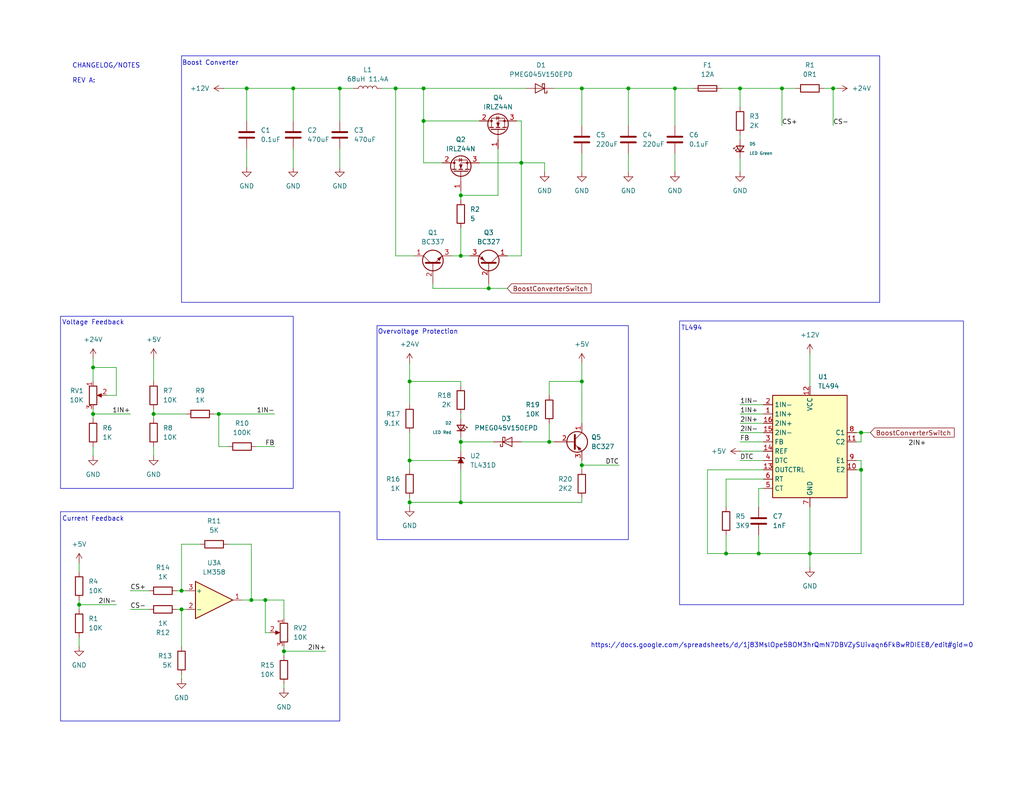
<source format=kicad_sch>
(kicad_sch (version 20231120) (generator "eeschema") (generator_version "8.0")
  (paper "USLetter")
  (title_block (title "Main"))
  (lib_symbols
    (symbol "Amplifier_Operational:LM358" (pin_names (offset 0.127))
      (property "Reference" "U" (at 0 5.08 0))
      (property "Value" "LM358" (at 0 -5.08 0))
      (symbol "LM358_1_1"
        (polyline (pts (xy -5.08 5.08) (xy 5.08 0) (xy -5.08 -5.08) (xy -5.08 5.08)) (stroke (width 0.254)) (fill (type background)))
        (pin output line (at 7.62 0 180) (length 2.54) (name "~") (number "1"))
        (pin input line (at -7.62 -2.54 0) (length 2.54) (name "-") (number "2"))
        (pin input line (at -7.62 2.54 0) (length 2.54) (name "+") (number "3"))
      )
      (symbol "LM358_2_1"
        (polyline (pts (xy -5.08 5.08) (xy 5.08 0) (xy -5.08 -5.08) (xy -5.08 5.08)) (stroke (width 0.254)) (fill (type background)))
        (pin input line (at -7.62 2.54 0) (length 2.54) (name "+") (number "5"))
        (pin input line (at -7.62 -2.54 0) (length 2.54) (name "-") (number "6"))
        (pin output line (at 7.62 0 180) (length 2.54) (name "~") (number "7"))
      )
      (symbol "LM358_3_1"
        (pin power_in line (at -2.54 -7.62 90) (length 3.81) (name "V-") (number "4"))
        (pin power_in line (at -2.54 7.62 270) (length 3.81) (name "V+") (number "8"))
      )
    )
    (symbol "Device:C" (pin_numbers hide) (pin_names (offset 0.254))
      (property "Reference" "C" (at 0.635 2.54 0))
      (property "Value" "C" (at 0.635 -2.54 0))
      (symbol "C_0_1"
        (polyline (pts (xy -2.032 -0.762) (xy 2.032 -0.762)) (stroke (width 0.508)))
        (polyline (pts (xy -2.032 0.762) (xy 2.032 0.762)) (stroke (width 0.508)))
      )
      (symbol "C_1_1"
        (pin passive line (at 0 3.81 270) (length 2.794) (name "~") (number "1"))
        (pin passive line (at 0 -3.81 90) (length 2.794) (name "~") (number "2"))
      )
    )
    (symbol "Device:Fuse" (pin_numbers hide) (pin_names (offset 0))
      (property "Reference" "F" (at 2.032 0 90))
      (property "Value" "Fuse" (at -1.905 0 90))
      (symbol "Fuse_0_1"
        (rectangle (start -0.762 -2.54) (end 0.762 2.54) (stroke (width 0.254)))
        (polyline (pts (xy 0 2.54) (xy 0 -2.54)))
      )
      (symbol "Fuse_1_1"
        (pin passive line (at 0 3.81 270) (length 1.27) (name "~") (number "1"))
        (pin passive line (at 0 -3.81 90) (length 1.27) (name "~") (number "2"))
      )
    )
    (symbol "Device:L" (pin_numbers hide) (pin_names (offset 1.016) hide)
      (property "Reference" "L" (at -1.27 0 90))
      (property "Value" "L" (at 1.905 0 90))
      (symbol "L_0_1"
        (arc (start 0 -2.54) (mid 0.6323 -1.905) (end 0 -1.27))
        (arc (start 0 -1.27) (mid 0.6323 -0.635) (end 0 0))
        (arc (start 0 0) (mid 0.6323 0.635) (end 0 1.27))
        (arc (start 0 1.27) (mid 0.6323 1.905) (end 0 2.54))
      )
      (symbol "L_1_1"
        (pin passive line (at 0 3.81 270) (length 1.27) (name "1") (number "1"))
        (pin passive line (at 0 -3.81 90) (length 1.27) (name "2") (number "2"))
      )
    )
    (symbol "Device:LED_Small" (pin_numbers hide) (pin_names (offset 0.254) hide)
      (property "Reference" "D" (at -1.27 3.175 0))
      (property "Value" "LED_Small" (at -4.445 -2.54 0))
      (symbol "LED_Small_0_1"
        (polyline (pts (xy -0.762 -1.016) (xy -0.762 1.016)) (stroke (width 0.254)))
        (polyline (pts (xy 1.016 0) (xy -0.762 0)))
        (polyline (pts (xy 0.762 -1.016) (xy -0.762 0) (xy 0.762 1.016) (xy 0.762 -1.016)) (stroke (width 0.254)))
        (polyline (pts (xy 0 0.762) (xy -0.508 1.27) (xy -0.254 1.27) (xy -0.508 1.27) (xy -0.508 1.016)))
        (polyline (pts (xy 0.508 1.27) (xy 0 1.778) (xy 0.254 1.778) (xy 0 1.778) (xy 0 1.524)))
      )
      (symbol "LED_Small_1_1"
        (pin passive line (at -2.54 0 0) (length 1.778) (name "K") (number "1"))
        (pin passive line (at 2.54 0 180) (length 1.778) (name "A") (number "2"))
      )
    )
    (symbol "Device:R" (pin_numbers hide) (pin_names (offset 0))
      (property "Reference" "R" (at 2.032 0 90))
      (property "Value" "R" (at 0 0 90))
      (symbol "R_0_1"
        (rectangle (start -1.016 -2.54) (end 1.016 2.54) (stroke (width 0.254)))
      )
      (symbol "R_1_1"
        (pin passive line (at 0 3.81 270) (length 1.27) (name "~") (number "1"))
        (pin passive line (at 0 -3.81 90) (length 1.27) (name "~") (number "2"))
      )
    )
    (symbol "Device:R_Potentiometer" (pin_names (offset 1.016) hide)
      (property "Reference" "RV" (at -4.445 0 90))
      (property "Value" "R_Potentiometer" (at -2.54 0 90))
      (symbol "R_Potentiometer_0_1"
        (polyline (pts (xy 2.54 0) (xy 1.524 0)))
        (polyline (pts (xy 1.143 0) (xy 2.286 0.508) (xy 2.286 -0.508) (xy 1.143 0)) (fill (type outline)))
        (rectangle (start 1.016 2.54) (end -1.016 -2.54) (stroke (width 0.254)))
      )
      (symbol "R_Potentiometer_1_1"
        (pin passive line (at 0 3.81 270) (length 1.27) (name "1") (number "1"))
        (pin passive line (at 3.81 0 180) (length 1.27) (name "2") (number "2"))
        (pin passive line (at 0 -3.81 90) (length 1.27) (name "3") (number "3"))
      )
    )
    (symbol "Diode:PMEG045V150EPD" (pin_numbers hide) (pin_names hide)
      (property "Reference" "D" (at 0 2.54 0))
      (property "Value" "PMEG045V150EPD" (at 0 -2.54 0))
      (symbol "PMEG045V150EPD_0_1"
        (polyline (pts (xy 1.27 0) (xy -1.27 0)))
        (polyline (pts (xy 1.27 1.27) (xy 1.27 -1.27) (xy -1.27 0) (xy 1.27 1.27)) (stroke (width 0.2032)))
        (polyline (pts (xy -1.905 0.635) (xy -1.905 1.27) (xy -1.27 1.27) (xy -1.27 -1.27) (xy -0.635 -1.27) (xy -0.635 -0.635)) (stroke (width 0.2032)))
      )
      (symbol "PMEG045V150EPD_1_1"
        (pin passive line (at 3.81 0 180) (length 2.54) (name "A") (number "1"))
        (pin passive line (at 3.81 0 180) (length 2.54) hide (name "A") (number "2"))
        (pin passive line (at -3.81 0 0) (length 2.54) (name "K") (number "3"))
      )
    )
    (symbol "Reference_Voltage:TL431D" (pin_numbers hide) (pin_names hide)
      (property "Reference" "U" (at 0 -2.54 0))
      (property "Value" "TL431D" (at 0 -4.445 0))
      (symbol "TL431D_0_1"
        (polyline (pts (xy -1.27 0) (xy 0 0) (xy 1.27 0)))
        (polyline (pts (xy -0.762 0.762) (xy 0.762 0) (xy -0.762 -0.762)) (fill (type outline)))
        (polyline (pts (xy 0.508 -1.016) (xy 0.762 -0.762) (xy 0.762 0.762) (xy 0.762 0.762)) (stroke (width 0.254)))
      )
      (symbol "TL431D_1_1"
        (polyline (pts (xy 0 1.27) (xy 0 0)))
        (pin passive line (at 2.54 0 180) (length 2.54) (name "K") (number "1"))
        (pin passive line (at -2.54 0 0) (length 2.54) (name "A") (number "2"))
        (pin passive line (at -2.54 0 0) (length 2.54) hide (name "A") (number "3"))
        (pin passive line (at -2.54 0 0) (length 2.54) hide (name "A") (number "6"))
        (pin passive line (at -2.54 0 0) (length 2.54) hide (name "A") (number "7"))
        (pin passive line (at 0 2.54 270) (length 2.54) (name "REF") (number "8"))
      )
    )
    (symbol "Regulator_Controller:TL494"
      (property "Reference" "U" (at 3.81 19.05 0))
      (property "Value" "TL494" (at 3.81 16.51 0))
      (symbol "TL494_0_1"
        (rectangle (start -10.16 -12.7) (end 10.16 15.24) (stroke (width 0.254)) (fill (type background)))
      )
      (symbol "TL494_1_1"
        (pin input line (at -12.7 10.16 0) (length 2.54) (name "1IN+") (number "1"))
        (pin passive line (at 12.7 -5.08 180) (length 2.54) (name "E2") (number "10"))
        (pin passive line (at 12.7 2.54 180) (length 2.54) (name "C2") (number "11"))
        (pin power_in line (at 0 17.78 270) (length 2.54) (name "VCC") (number "12"))
        (pin input line (at -12.7 -5.08 0) (length 2.54) (name "OUTCTRL") (number "13"))
        (pin power_out line (at -12.7 0 0) (length 2.54) (name "REF") (number "14"))
        (pin input line (at -12.7 5.08 0) (length 2.54) (name "2IN-") (number "15"))
        (pin input line (at -12.7 7.62 0) (length 2.54) (name "2IN+") (number "16"))
        (pin input line (at -12.7 12.7 0) (length 2.54) (name "1IN-") (number "2"))
        (pin output line (at -12.7 2.54 0) (length 2.54) (name "FB") (number "3"))
        (pin input line (at -12.7 -2.54 0) (length 2.54) (name "DTC") (number "4"))
        (pin passive line (at -12.7 -10.16 0) (length 2.54) (name "CT") (number "5"))
        (pin passive line (at -12.7 -7.62 0) (length 2.54) (name "RT") (number "6"))
        (pin power_in line (at 0 -15.24 90) (length 2.54) (name "GND") (number "7"))
        (pin passive line (at 12.7 5.08 180) (length 2.54) (name "C1") (number "8"))
        (pin passive line (at 12.7 -2.54 180) (length 2.54) (name "E1") (number "9"))
      )
    )
    (symbol "Transistor_BJT:BC327" (pin_names (offset 0) hide)
      (property "Reference" "Q" (at 5.08 1.905 0))
      (property "Value" "BC327" (at 5.08 0 0))
      (symbol "BC327_0_1"
        (polyline (pts (xy 0.635 0.635) (xy 2.54 2.54)))
        (polyline (pts (xy 0.635 -0.635) (xy 2.54 -2.54) (xy 2.54 -2.54)))
        (polyline (pts (xy 0.635 1.905) (xy 0.635 -1.905) (xy 0.635 -1.905)) (stroke (width 0.508)))
        (polyline (pts (xy 2.286 -1.778) (xy 1.778 -2.286) (xy 1.27 -1.27) (xy 2.286 -1.778) (xy 2.286 -1.778)) (fill (type outline)))
        (circle (center 1.27 0) (radius 2.8194) (stroke (width 0.254)))
      )
      (symbol "BC327_1_1"
        (pin passive line (at 2.54 5.08 270) (length 2.54) (name "C") (number "1"))
        (pin input line (at -5.08 0 0) (length 5.715) (name "B") (number "2"))
        (pin passive line (at 2.54 -5.08 90) (length 2.54) (name "E") (number "3"))
      )
    )
    (symbol "Transistor_BJT:BC337" (pin_names (offset 0) hide)
      (property "Reference" "Q" (at 5.08 1.905 0))
      (property "Value" "BC337" (at 5.08 0 0))
      (symbol "BC337_0_1"
        (polyline (pts (xy 0 0) (xy 0.635 0)))
        (polyline (pts (xy 0.635 0.635) (xy 2.54 2.54)))
        (polyline (pts (xy 0.635 -0.635) (xy 2.54 -2.54) (xy 2.54 -2.54)))
        (polyline (pts (xy 0.635 1.905) (xy 0.635 -1.905) (xy 0.635 -1.905)) (stroke (width 0.508)))
        (polyline (pts (xy 1.27 -1.778) (xy 1.778 -1.27) (xy 2.286 -2.286) (xy 1.27 -1.778) (xy 1.27 -1.778)) (fill (type outline)))
        (circle (center 1.27 0) (radius 2.8194) (stroke (width 0.254)))
      )
      (symbol "BC337_1_1"
        (pin passive line (at 2.54 5.08 270) (length 2.54) (name "C") (number "1"))
        (pin input line (at -5.08 0 0) (length 5.08) (name "B") (number "2"))
        (pin passive line (at 2.54 -5.08 90) (length 2.54) (name "E") (number "3"))
      )
    )
    (symbol "Transistor_FET:IRLZ44N" (pin_names hide)
      (property "Reference" "Q" (at 5.08 1.905 0))
      (property "Value" "IRLZ44N" (at 5.08 0 0))
      (symbol "IRLZ44N_0_1"
        (polyline (pts (xy 0.254 0) (xy -2.54 0)))
        (polyline (pts (xy 0.254 1.905) (xy 0.254 -1.905)) (stroke (width 0.254)))
        (polyline (pts (xy 0.762 -1.27) (xy 0.762 -2.286)) (stroke (width 0.254)))
        (polyline (pts (xy 0.762 0.508) (xy 0.762 -0.508)) (stroke (width 0.254)))
        (polyline (pts (xy 0.762 2.286) (xy 0.762 1.27)) (stroke (width 0.254)))
        (polyline (pts (xy 2.54 2.54) (xy 2.54 1.778)))
        (polyline (pts (xy 2.54 -2.54) (xy 2.54 0) (xy 0.762 0)))
        (polyline (pts (xy 0.762 -1.778) (xy 3.302 -1.778) (xy 3.302 1.778) (xy 0.762 1.778)))
        (polyline (pts (xy 1.016 0) (xy 2.032 0.381) (xy 2.032 -0.381) (xy 1.016 0)) (fill (type outline)))
        (polyline (pts (xy 2.794 0.508) (xy 2.921 0.381) (xy 3.683 0.381) (xy 3.81 0.254)))
        (polyline (pts (xy 3.302 0.381) (xy 2.921 -0.254) (xy 3.683 -0.254) (xy 3.302 0.381)))
        (circle (center 1.651 0) (radius 2.794) (stroke (width 0.254)))
        (circle (center 2.54 -1.778) (radius 0.254) (fill (type outline)))
        (circle (center 2.54 1.778) (radius 0.254) (fill (type outline)))
      )
      (symbol "IRLZ44N_1_1"
        (pin input line (at -5.08 0 0) (length 2.54) (name "G") (number "1"))
        (pin passive line (at 2.54 5.08 270) (length 2.54) (name "D") (number "2"))
        (pin passive line (at 2.54 -5.08 90) (length 2.54) (name "S") (number "3"))
      )
    )
    (symbol "power:+12V" (power) (pin_numbers hide) (pin_names (offset 0) hide)
      (property "Value" "+12V" (at 0 3.556 0))
      (symbol "+12V_0_1"
        (polyline (pts (xy -0.762 1.27) (xy 0 2.54)))
        (polyline (pts (xy 0 0) (xy 0 2.54)))
        (polyline (pts (xy 0 2.54) (xy 0.762 1.27)))
      )
      (symbol "+12V_1_1"
        (pin power_in line (at 0 0 90) (length 0) (name "~") (number "1"))
      )
    )
    (symbol "power:+24V" (power) (pin_numbers hide) (pin_names (offset 0) hide)
      (property "Value" "+24V" (at 0 3.556 0))
      (symbol "+24V_0_1"
        (polyline (pts (xy -0.762 1.27) (xy 0 2.54)))
        (polyline (pts (xy 0 0) (xy 0 2.54)))
        (polyline (pts (xy 0 2.54) (xy 0.762 1.27)))
      )
      (symbol "+24V_1_1"
        (pin power_in line (at 0 0 90) (length 0) (name "~") (number "1"))
      )
    )
    (symbol "power:+5V" (power) (pin_numbers hide) (pin_names (offset 0) hide)
      (property "Value" "+5V" (at 0 3.556 0))
      (symbol "+5V_0_1"
        (polyline (pts (xy -0.762 1.27) (xy 0 2.54)))
        (polyline (pts (xy 0 0) (xy 0 2.54)))
        (polyline (pts (xy 0 2.54) (xy 0.762 1.27)))
      )
      (symbol "+5V_1_1"
        (pin power_in line (at 0 0 90) (length 0) (name "~") (number "1"))
      )
    )
    (symbol "power:GND" (power) (pin_numbers hide) (pin_names (offset 0) hide)
      (property "Value" "GND" (at 0 -3.81 0))
      (symbol "GND_0_1"
        (polyline (pts (xy 0 0) (xy 0 -1.27) (xy 1.27 -1.27) (xy 0 -2.54) (xy -1.27 -1.27) (xy 0 -1.27)))
      )
      (symbol "GND_1_1"
        (pin power_in line (at 0 0 270) (length 0) (name "~") (number "1"))
      )
    )
  )
  (junction (at 115.57 24.13))
  (junction (at 111.76 137.16))
  (junction (at 77.47 177.8))
  (junction (at 67.31 24.13))
  (junction (at 107.95 24.13))
  (junction (at 80.01 24.13))
  (junction (at 149.86 120.65))
  (junction (at 158.75 104.14))
  (junction (at 227.33 24.13))
  (junction (at 21.59 165.1))
  (junction (at 201.93 24.13))
  (junction (at 49.53 166.37))
  (junction (at 213.36 24.13))
  (junction (at 125.73 137.16))
  (junction (at 49.53 161.29))
  (junction (at 133.35 78.74))
  (junction (at 25.4 100.33))
  (junction (at 125.73 69.85))
  (junction (at 198.12 151.13))
  (junction (at 115.57 33.02))
  (junction (at 207.01 151.13))
  (junction (at 41.91 113.03))
  (junction (at 72.39 163.83))
  (junction (at 111.76 104.14))
  (junction (at 220.98 151.13))
  (junction (at 125.73 120.65))
  (junction (at 142.24 44.45))
  (junction (at 25.4 113.03))
  (junction (at 184.15 24.13))
  (junction (at 92.71 24.13))
  (junction (at 234.95 128.27))
  (junction (at 171.45 24.13))
  (junction (at 111.76 125.73))
  (junction (at 158.75 24.13))
  (junction (at 158.75 127))
  (junction (at 234.95 118.11))
  (junction (at 68.58 163.83))
  (junction (at 125.73 53.34))
  (junction (at 59.69 113.03))
  (wire (pts (xy 68.58 148.59) (xy 68.58 163.83)))
  (wire (pts (xy 123.19 125.73) (xy 111.76 125.73)))
  (wire (pts (xy 151.13 120.65) (xy 149.86 120.65)))
  (wire (pts (xy 21.59 165.1) (xy 31.75 165.1)))
  (wire (pts (xy 149.86 120.65) (xy 142.24 120.65)))
  (wire (pts (xy 201.93 110.49) (xy 208.28 110.49)))
  (wire (pts (xy 130.81 44.45) (xy 142.24 44.45)))
  (wire (pts (xy 118.11 77.47) (xy 118.11 78.74)))
  (wire (pts (xy 201.93 115.57) (xy 208.28 115.57)))
  (wire (pts (xy 193.04 128.27) (xy 208.28 128.27)))
  (wire (pts (xy 158.75 125.73) (xy 158.75 127)))
  (wire (pts (xy 67.31 24.13) (xy 67.31 33.02)))
  (wire (pts (xy 123.19 69.85) (xy 125.73 69.85)))
  (wire (pts (xy 142.24 33.02) (xy 142.24 44.45)))
  (wire (pts (xy 135.89 40.64) (xy 135.89 53.34)))
  (wire (pts (xy 207.01 133.35) (xy 207.01 138.43)))
  (wire (pts (xy 138.43 69.85) (xy 142.24 69.85)))
  (wire (pts (xy 151.13 24.13) (xy 158.75 24.13)))
  (wire (pts (xy 25.4 113.03) (xy 35.56 113.03)))
  (wire (pts (xy 193.04 128.27) (xy 193.04 151.13)))
  (wire (pts (xy 158.75 99.06) (xy 158.75 104.14)))
  (wire (pts (xy 72.39 163.83) (xy 77.47 163.83)))
  (wire (pts (xy 207.01 151.13) (xy 220.98 151.13)))
  (wire (pts (xy 171.45 41.91) (xy 171.45 46.99)))
  (wire (pts (xy 234.95 151.13) (xy 220.98 151.13)))
  (wire (pts (xy 77.47 187.96) (xy 77.47 186.69)))
  (wire (pts (xy 227.33 24.13) (xy 227.33 34.29)))
  (wire (pts (xy 118.11 78.74) (xy 133.35 78.74)))
  (wire (pts (xy 125.73 119.38) (xy 125.73 120.65)))
  (wire (pts (xy 158.75 104.14) (xy 149.86 104.14)))
  (wire (pts (xy 62.23 148.59) (xy 68.58 148.59)))
  (wire (pts (xy 115.57 33.02) (xy 115.57 44.45)))
  (wire (pts (xy 49.53 161.29) (xy 48.26 161.29)))
  (wire (pts (xy 68.58 163.83) (xy 66.04 163.83)))
  (wire (pts (xy 125.73 69.85) (xy 128.27 69.85)))
  (wire (pts (xy 80.01 24.13) (xy 92.71 24.13)))
  (wire (pts (xy 21.59 163.83) (xy 21.59 165.1)))
  (wire (pts (xy 59.69 113.03) (xy 59.69 121.92)))
  (wire (pts (xy 125.73 62.23) (xy 125.73 69.85)))
  (wire (pts (xy 49.53 166.37) (xy 48.26 166.37)))
  (wire (pts (xy 201.93 36.83) (xy 201.93 38.1)))
  (wire (pts (xy 198.12 151.13) (xy 207.01 151.13)))
  (wire (pts (xy 125.73 120.65) (xy 125.73 123.19)))
  (wire (pts (xy 135.89 53.34) (xy 125.73 53.34)))
  (wire (pts (xy 201.93 118.11) (xy 208.28 118.11)))
  (wire (pts (xy 25.4 113.03) (xy 25.4 114.3)))
  (wire (pts (xy 25.4 121.92) (xy 25.4 124.46)))
  (wire (pts (xy 31.75 100.33) (xy 31.75 107.95)))
  (wire (pts (xy 77.47 163.83) (xy 77.47 168.91)))
  (wire (pts (xy 125.73 128.27) (xy 125.73 137.16)))
  (wire (pts (xy 67.31 24.13) (xy 80.01 24.13)))
  (wire (pts (xy 125.73 53.34) (xy 125.73 52.07)))
  (wire (pts (xy 158.75 34.29) (xy 158.75 24.13)))
  (wire (pts (xy 234.95 118.11) (xy 233.68 118.11)))
  (wire (pts (xy 125.73 137.16) (xy 111.76 137.16)))
  (wire (pts (xy 72.39 163.83) (xy 72.39 172.72)))
  (wire (pts (xy 59.69 113.03) (xy 74.93 113.03)))
  (wire (pts (xy 92.71 40.64) (xy 92.71 45.72)))
  (wire (pts (xy 133.35 78.74) (xy 133.35 77.47)))
  (wire (pts (xy 184.15 24.13) (xy 189.23 24.13)))
  (wire (pts (xy 31.75 107.95) (xy 29.21 107.95)))
  (wire (pts (xy 21.59 173.99) (xy 21.59 176.53)))
  (wire (pts (xy 233.68 120.65) (xy 234.95 120.65)))
  (wire (pts (xy 21.59 165.1) (xy 21.59 166.37)))
  (wire (pts (xy 111.76 135.89) (xy 111.76 137.16)))
  (wire (pts (xy 113.03 69.85) (xy 107.95 69.85)))
  (wire (pts (xy 158.75 41.91) (xy 158.75 46.99)))
  (wire (pts (xy 67.31 40.64) (xy 67.31 45.72)))
  (wire (pts (xy 193.04 151.13) (xy 198.12 151.13)))
  (wire (pts (xy 25.4 97.79) (xy 25.4 100.33)))
  (wire (pts (xy 92.71 24.13) (xy 96.52 24.13)))
  (wire (pts (xy 111.76 125.73) (xy 111.76 128.27)))
  (wire (pts (xy 115.57 24.13) (xy 115.57 33.02)))
  (wire (pts (xy 115.57 44.45) (xy 120.65 44.45)))
  (wire (pts (xy 49.53 148.59) (xy 49.53 161.29)))
  (wire (pts (xy 35.56 161.29) (xy 40.64 161.29)))
  (wire (pts (xy 77.47 176.53) (xy 77.47 177.8)))
  (wire (pts (xy 68.58 163.83) (xy 72.39 163.83)))
  (wire (pts (xy 111.76 118.11) (xy 111.76 125.73)))
  (wire (pts (xy 58.42 113.03) (xy 59.69 113.03)))
  (wire (pts (xy 234.95 120.65) (xy 234.95 118.11)))
  (wire (pts (xy 149.86 115.57) (xy 149.86 120.65)))
  (wire (pts (xy 54.61 148.59) (xy 49.53 148.59)))
  (wire (pts (xy 171.45 34.29) (xy 171.45 24.13)))
  (wire (pts (xy 72.39 172.72) (xy 73.66 172.72)))
  (wire (pts (xy 130.81 33.02) (xy 115.57 33.02)))
  (wire (pts (xy 149.86 104.14) (xy 149.86 107.95)))
  (wire (pts (xy 213.36 34.29) (xy 213.36 24.13)))
  (wire (pts (xy 77.47 177.8) (xy 88.9 177.8)))
  (wire (pts (xy 41.91 111.76) (xy 41.91 113.03)))
  (wire (pts (xy 80.01 24.13) (xy 80.01 33.02)))
  (wire (pts (xy 171.45 24.13) (xy 184.15 24.13)))
  (wire (pts (xy 234.95 125.73) (xy 234.95 128.27)))
  (wire (pts (xy 60.96 24.13) (xy 67.31 24.13)))
  (wire (pts (xy 115.57 24.13) (xy 143.51 24.13)))
  (wire (pts (xy 104.14 24.13) (xy 107.95 24.13)))
  (wire (pts (xy 201.93 125.73) (xy 208.28 125.73)))
  (wire (pts (xy 227.33 24.13) (xy 224.79 24.13)))
  (wire (pts (xy 107.95 69.85) (xy 107.95 24.13)))
  (wire (pts (xy 220.98 96.52) (xy 220.98 105.41)))
  (wire (pts (xy 25.4 111.76) (xy 25.4 113.03)))
  (wire (pts (xy 50.8 161.29) (xy 49.53 161.29)))
  (wire (pts (xy 184.15 24.13) (xy 184.15 34.29)))
  (wire (pts (xy 158.75 137.16) (xy 125.73 137.16)))
  (wire (pts (xy 35.56 166.37) (xy 40.64 166.37)))
  (wire (pts (xy 220.98 151.13) (xy 220.98 154.94)))
  (wire (pts (xy 134.62 120.65) (xy 125.73 120.65)))
  (wire (pts (xy 49.53 166.37) (xy 49.53 176.53)))
  (wire (pts (xy 201.93 43.18) (xy 201.93 46.99)))
  (wire (pts (xy 201.93 120.65) (xy 208.28 120.65)))
  (wire (pts (xy 111.76 137.16) (xy 111.76 138.43)))
  (wire (pts (xy 41.91 113.03) (xy 50.8 113.03)))
  (wire (pts (xy 25.4 100.33) (xy 25.4 104.14)))
  (wire (pts (xy 125.73 54.61) (xy 125.73 53.34)))
  (wire (pts (xy 158.75 137.16) (xy 158.75 135.89)))
  (wire (pts (xy 234.95 128.27) (xy 234.95 151.13)))
  (wire (pts (xy 208.28 133.35) (xy 207.01 133.35)))
  (wire (pts (xy 208.28 130.81) (xy 198.12 130.81)))
  (wire (pts (xy 158.75 127) (xy 168.91 127)))
  (wire (pts (xy 198.12 130.81) (xy 198.12 138.43)))
  (wire (pts (xy 158.75 24.13) (xy 171.45 24.13)))
  (wire (pts (xy 228.6 24.13) (xy 227.33 24.13)))
  (wire (pts (xy 201.93 123.19) (xy 208.28 123.19)))
  (wire (pts (xy 184.15 41.91) (xy 184.15 46.99)))
  (wire (pts (xy 49.53 184.15) (xy 49.53 185.42)))
  (wire (pts (xy 201.93 24.13) (xy 196.85 24.13)))
  (wire (pts (xy 201.93 113.03) (xy 208.28 113.03)))
  (wire (pts (xy 142.24 44.45) (xy 148.59 44.45)))
  (wire (pts (xy 69.85 121.92) (xy 74.93 121.92)))
  (wire (pts (xy 220.98 138.43) (xy 220.98 151.13)))
  (wire (pts (xy 125.73 104.14) (xy 111.76 104.14)))
  (wire (pts (xy 41.91 113.03) (xy 41.91 114.3)))
  (wire (pts (xy 148.59 44.45) (xy 148.59 46.99)))
  (wire (pts (xy 125.73 113.03) (xy 125.73 114.3)))
  (wire (pts (xy 140.97 33.02) (xy 142.24 33.02)))
  (wire (pts (xy 41.91 97.79) (xy 41.91 104.14)))
  (wire (pts (xy 158.75 104.14) (xy 158.75 115.57)))
  (wire (pts (xy 25.4 100.33) (xy 31.75 100.33)))
  (wire (pts (xy 207.01 146.05) (xy 207.01 151.13)))
  (wire (pts (xy 201.93 24.13) (xy 201.93 29.21)))
  (wire (pts (xy 59.69 121.92) (xy 62.23 121.92)))
  (wire (pts (xy 234.95 118.11) (xy 237.49 118.11)))
  (wire (pts (xy 213.36 24.13) (xy 217.17 24.13)))
  (wire (pts (xy 77.47 177.8) (xy 77.47 179.07)))
  (wire (pts (xy 111.76 104.14) (xy 111.76 110.49)))
  (wire (pts (xy 125.73 105.41) (xy 125.73 104.14)))
  (wire (pts (xy 234.95 128.27) (xy 233.68 128.27)))
  (wire (pts (xy 41.91 121.92) (xy 41.91 124.46)))
  (wire (pts (xy 50.8 166.37) (xy 49.53 166.37)))
  (wire (pts (xy 158.75 127) (xy 158.75 128.27)))
  (wire (pts (xy 92.71 24.13) (xy 92.71 33.02)))
  (wire (pts (xy 107.95 24.13) (xy 115.57 24.13)))
  (wire (pts (xy 111.76 99.06) (xy 111.76 104.14)))
  (wire (pts (xy 142.24 69.85) (xy 142.24 44.45)))
  (wire (pts (xy 201.93 24.13) (xy 213.36 24.13)))
  (wire (pts (xy 80.01 40.64) (xy 80.01 45.72)))
  (wire (pts (xy 21.59 153.67) (xy 21.59 156.21)))
  (wire (pts (xy 198.12 146.05) (xy 198.12 151.13)))
  (wire (pts (xy 234.95 125.73) (xy 233.68 125.73)))
  (wire (pts (xy 138.43 78.74) (xy 133.35 78.74)))
  (rectangle (start 185.42 87.63) (end 262.89 165.1))
  (rectangle (start 16.51 139.7) (end 92.71 196.85))
  (rectangle (start 49.53 15.24) (end 240.03 82.55))
  (rectangle (start 102.87 88.9) (end 171.45 147.32))
  (rectangle (start 16.51 86.36) (end 80.01 133.35))
  (text "TL494" (at 188.722 89.662 0) (effects (font (size 1.27 1.27))))
  (text "Boost Converter\n" (at 57.404 17.272 0) (effects (font (size 1.27 1.27))))
  (text "https://docs.google.com/spreadsheets/d/1j83MslOpe5BOM3hrQmN7DBVZySUivaqn6FkBwRDIEE8/edit#gid=0" (at 213.36 176.276 0) (effects (font (size 1.27 1.27))))
  (text "Voltage Feedback\n" (at 25.4 88.138 0) (effects (font (size 1.27 1.27))))
  (text "Overvoltage Protection" (at 114.046 90.678 0) (effects (font (size 1.27 1.27))))
  (text "Current Feedback\n" (at 25.4 141.732 0) (effects (font (size 1.27 1.27))))
  (text "CHANGELOG/NOTES\n\nREV A: " (at 19.685 22.86 0) (effects (font (size 1.27 1.27)) (justify left bottom)))
  (label "2IN-" (at 31.75 165.1 180))
  (label "2IN+" (at 88.9 177.8 180))
  (label "FB" (at 201.93 120.65 0))
  (label "1IN-" (at 201.93 110.49 0))
  (label "1IN+" (at 201.93 113.03 0))
  (label "1IN+" (at 35.56 113.03 180))
  (label "FB" (at 74.93 121.92 180))
  (label "2IN+" (at 252.73 121.92 180))
  (label "2IN+" (at 201.93 115.57 0))
  (label "1IN-" (at 74.93 113.03 180))
  (label "CS+" (at 35.56 161.29 0))
  (label "2IN-" (at 201.93 118.11 0))
  (label "DTC" (at 168.91 127 180))
  (label "CS+" (at 213.36 34.29 0))
  (label "CS-" (at 227.33 34.29 0))
  (label "DTC" (at 201.93 125.73 0))
  (label "CS-" (at 35.56 166.37 0))
  (global_label "BoostConverterSwitch" (shape input) (at 237.49 118.11 0) (property "Intersheetrefs" "${INTERSHEET_REFS}" (effects (hide yes))))
  (global_label "BoostConverterSwitch" (shape input) (at 138.43 78.74 0) (property "Intersheetrefs" "${INTERSHEET_REFS}" (effects (hide yes))))
  (symbol (lib_id "power:GND") (at 77.47 187.96 0) (mirror y) (unit 1)
    (property "Reference" "#PWR021" (effects (hide yes)))
    (property "Value" "GND" (at 77.47 193.04 0))
    (property "Description" "Power symbol creates a global label with name \"GND\" , ground" (effects (hide yes)))
  )
  (symbol (lib_id "Device:R") (at 25.4 118.11 0) (unit 1)
    (property "Reference" "R6" (at 27.94 116.8399 0) (effects (justify left)))
    (property "Value" "1K" (at 27.94 119.3799 0) (effects (justify left)))
    (property "Footprint" "Resistor_SMD:R_0805_2012Metric" (effects (hide yes)))
    (property "Description" "Resistor" (effects (hide yes)))
  )
  (symbol (lib_id "Device:C") (at 67.31 36.83 0) (unit 1)
    (property "Reference" "C1" (at 71.12 35.5599 0) (effects (justify left)))
    (property "Value" "0.1uF" (at 71.12 38.0999 0) (effects (justify left)))
    (property "Footprint" "Capacitor_SMD:C_0805_2012Metric" (effects (hide yes)))
    (property "Description" "Unpolarized capacitor" (effects (hide yes)))
  )
  (symbol (lib_id "Device:R") (at 44.45 161.29 270) (mirror x) (unit 1)
    (property "Reference" "R14" (at 44.45 154.94 90))
    (property "Value" "1K" (at 44.45 157.48 90))
    (property "Footprint" "Resistor_SMD:R_0805_2012Metric" (effects (hide yes)))
    (property "Description" "Resistor" (effects (hide yes)))
  )
  (symbol (lib_id "Amplifier_Operational:LM358") (at 58.42 163.83 0) (unit 1)
    (property "Reference" "U3" (at 58.42 153.67 0))
    (property "Value" "LM358" (at 58.42 156.21 0))
    (property "Datasheet" "http://www.ti.com/lit/ds/symlink/lm2904-n.pdf" (effects (hide yes)))
    (property "Description" "Low-Power, Dual Operational Amplifiers, DIP-8/SOIC-8/TO-99-8" (effects (hide yes)))
  )
  (symbol (lib_id "power:+24V") (at 228.6 24.13 270) (unit 1)
    (property "Reference" "#PWR016" (effects (hide yes)))
    (property "Value" "+24V" (at 232.41 24.1299 90) (effects (justify left)))
    (property "Description" "Power symbol creates a global label with name \"+24V\"" (effects (hide yes)))
  )
  (symbol (lib_id "power:GND") (at 158.75 46.99 0) (unit 1)
    (property "Reference" "#PWR06" (effects (hide yes)))
    (property "Value" "GND" (at 158.75 52.07 0))
    (property "Description" "Power symbol creates a global label with name \"GND\" , ground" (effects (hide yes)))
  )
  (symbol (lib_id "Transistor_BJT:BC337") (at 118.11 72.39 90) (unit 1)
    (property "Reference" "Q1" (at 118.11 63.5 90))
    (property "Value" "BC337" (at 118.11 66.04 90))
    (property "Footprint" "Package_TO_SOT_THT:TO-92_Inline" (effects (hide yes)))
    (property "Datasheet" "https://diotec.com/tl_files/diotec/files/pdf/datasheets/bc337.pdf" (effects (hide yes)))
    (property "Description" "0.8A Ic, 45V Vce, NPN Transistor, TO-92" (effects (hide yes)))
  )
  (symbol (lib_id "Device:R_Potentiometer") (at 77.47 172.72 0) (mirror y) (unit 1)
    (property "Reference" "RV2" (at 80.01 171.4499 0) (effects (justify right)))
    (property "Value" "10K" (at 80.01 173.9899 0) (effects (justify right)))
    (property "Description" "Potentiometer" (effects (hide yes)))
  )
  (symbol (lib_id "Diode:PMEG045V150EPD") (at 147.32 24.13 180) (unit 1)
    (property "Reference" "D1" (at 147.6375 17.78 0))
    (property "Value" "PMEG045V150EPD" (at 147.6375 20.32 0))
    (property "Footprint" "Package_TO_SOT_SMD:Nexperia_CFP15_SOT-1289" (effects (hide yes)))
    (property "Datasheet" "https://assets.nexperia.com/documents/data-sheet/PMEG045V150EPD.pdf" (effects (hide yes)))
    (property "Description" "45V, 15A low Vf MEGA Schottky barrier rectifier, SOT-1289" (effects (hide yes)))
  )
  (symbol (lib_id "Device:R") (at 198.12 142.24 0) (unit 1)
    (property "Reference" "R5" (at 200.66 140.9699 0) (effects (justify left)))
    (property "Value" "3K9" (at 200.66 143.5099 0) (effects (justify left)))
    (property "Footprint" "Resistor_SMD:R_0805_2012Metric" (effects (hide yes)))
    (property "Description" "Resistor" (effects (hide yes)))
  )
  (symbol (lib_id "power:+12V") (at 60.96 24.13 90) (unit 1)
    (property "Reference" "#PWR010" (effects (hide yes)))
    (property "Value" "+12V" (at 57.15 24.1299 90) (effects (justify left)))
    (property "Description" "Power symbol creates a global label with name \"+12V\"" (effects (hide yes)))
  )
  (symbol (lib_id "Device:R") (at 111.76 114.3 0) (mirror y) (unit 1)
    (property "Reference" "R17" (at 109.22 113.0299 0) (effects (justify left)))
    (property "Value" "9.1K" (at 109.22 115.5699 0) (effects (justify left)))
    (property "Footprint" "Resistor_SMD:R_0805_2012Metric" (effects (hide yes)))
    (property "Description" "Resistor" (effects (hide yes)))
  )
  (symbol (lib_id "Device:L") (at 100.33 24.13 90) (unit 1)
    (property "Reference" "L1" (at 100.33 19.05 90))
    (property "Value" "68uH 11.4A" (at 100.33 21.59 90))
    (property "Datasheet" "https://www.bourns.com/docs/Product-Datasheets/1140_series.pdf" (effects (hide yes)))
    (property "Description" "Inductor" (effects (hide yes)))
  )
  (symbol (lib_id "Transistor_BJT:BC327") (at 156.21 120.65 0) (unit 1)
    (property "Reference" "Q5" (at 161.29 119.3799 0) (effects (justify left)))
    (property "Value" "BC327" (at 161.29 121.9199 0) (effects (justify left)))
    (property "Footprint" "Package_TO_SOT_THT:TO-92_Inline" (effects (hide yes)))
    (property "Datasheet" "http://www.onsemi.com/pub_link/Collateral/BC327-D.PDF" (effects (hide yes)))
    (property "Description" "0.8A Ic, 45V Vce, PNP Transistor, TO-92" (effects (hide yes)))
  )
  (symbol (lib_id "power:+5V") (at 158.75 99.06 0) (mirror y) (unit 1)
    (property "Reference" "#PWR024" (effects (hide yes)))
    (property "Value" "+5V" (at 158.75 93.98 0))
    (property "Description" "Power symbol creates a global label with name \"+5V\"" (effects (hide yes)))
  )
  (symbol (lib_id "Transistor_FET:IRLZ44N") (at 125.73 46.99 90) (unit 1)
    (property "Reference" "Q2" (at 125.73 38.1 90))
    (property "Value" "IRLZ44N" (at 125.73 40.64 90))
    (property "Footprint" "Package_TO_SOT_THT:TO-220-3_Vertical" (effects (hide yes)))
    (property "Datasheet" "http://www.irf.com/product-info/datasheets/data/irlz44n.pdf" (effects (hide yes)))
    (property "Description" "47A Id, 55V Vds, 22mOhm Rds Single N-Channel HEXFET Power MOSFET, TO-220AB" (effects (hide yes)))
  )
  (symbol (lib_id "Device:R_Potentiometer") (at 25.4 107.95 0) (unit 1)
    (property "Reference" "RV1" (at 22.86 106.6799 0) (effects (justify right)))
    (property "Value" "10K" (at 22.86 109.2199 0) (effects (justify right)))
    (property "Description" "Potentiometer" (effects (hide yes)))
  )
  (symbol (lib_id "power:GND") (at 111.76 138.43 0) (mirror y) (unit 1)
    (property "Reference" "#PWR023" (effects (hide yes)))
    (property "Value" "GND" (at 111.76 143.51 0))
    (property "Description" "Power symbol creates a global label with name \"GND\" , ground" (effects (hide yes)))
  )
  (symbol (lib_id "Transistor_FET:IRLZ44N") (at 135.89 35.56 90) (unit 1)
    (property "Reference" "Q4" (at 135.89 26.67 90))
    (property "Value" "IRLZ44N" (at 135.89 29.21 90))
    (property "Footprint" "Package_TO_SOT_THT:TO-220-3_Vertical" (effects (hide yes)))
    (property "Datasheet" "http://www.irf.com/product-info/datasheets/data/irlz44n.pdf" (effects (hide yes)))
    (property "Description" "47A Id, 55V Vds, 22mOhm Rds Single N-Channel HEXFET Power MOSFET, TO-220AB" (effects (hide yes)))
  )
  (symbol (lib_id "power:GND") (at 21.59 176.53 0) (unit 1)
    (property "Reference" "#PWR014" (effects (hide yes)))
    (property "Value" "GND" (at 21.59 181.61 0))
    (property "Description" "Power symbol creates a global label with name \"GND\" , ground" (effects (hide yes)))
  )
  (symbol (lib_id "Device:C") (at 207.01 142.24 0) (unit 1)
    (property "Reference" "C7" (at 210.82 140.9699 0) (effects (justify left)))
    (property "Value" "1nF" (at 210.82 143.5099 0) (effects (justify left)))
    (property "Footprint" "Capacitor_SMD:C_0805_2012Metric" (effects (hide yes)))
    (property "Description" "Unpolarized capacitor" (effects (hide yes)))
  )
  (symbol (lib_id "Device:C") (at 158.75 38.1 0) (unit 1)
    (property "Reference" "C5" (at 162.56 36.8299 0) (effects (justify left)))
    (property "Value" "220uF" (at 162.56 39.3699 0) (effects (justify left)))
    (property "Datasheet" "https://www.rubycon.co.jp/wp-content/uploads/catalog-aluminum/BXC.pdf" (effects (hide yes)))
    (property "Description" "Unpolarized capacitor" (effects (hide yes)))
  )
  (symbol (lib_id "Device:Fuse") (at 193.04 24.13 90) (unit 1)
    (property "Reference" "F1" (at 193.04 17.78 90))
    (property "Value" "12A" (at 193.04 20.32 90))
    (property "Description" "Fuse" (effects (hide yes)))
  )
  (symbol (lib_id "Device:R") (at 21.59 160.02 0) (unit 1)
    (property "Reference" "R4" (at 24.13 158.7499 0) (effects (justify left)))
    (property "Value" "10K" (at 24.13 161.2899 0) (effects (justify left)))
    (property "Footprint" "Resistor_SMD:R_0805_2012Metric" (effects (hide yes)))
    (property "Description" "Resistor" (effects (hide yes)))
  )
  (symbol (lib_id "power:+24V") (at 111.76 99.06 0) (mirror y) (unit 1)
    (property "Reference" "#PWR022" (effects (hide yes)))
    (property "Value" "+24V" (at 111.76 93.98 0))
    (property "Description" "Power symbol creates a global label with name \"+24V\"" (effects (hide yes)))
  )
  (symbol (lib_id "Device:R") (at 44.45 166.37 90) (mirror x) (unit 1)
    (property "Reference" "R12" (at 44.45 172.72 90))
    (property "Value" "1K" (at 44.45 170.18 90))
    (property "Footprint" "Resistor_SMD:R_0805_2012Metric" (effects (hide yes)))
    (property "Description" "Resistor" (effects (hide yes)))
  )
  (symbol (lib_id "Device:R") (at 125.73 109.22 0) (mirror y) (unit 1)
    (property "Reference" "R18" (at 123.19 107.9499 0) (effects (justify left)))
    (property "Value" "2K" (at 123.19 110.4899 0) (effects (justify left)))
    (property "Footprint" "Resistor_SMD:R_0805_2012Metric" (effects (hide yes)))
    (property "Description" "Resistor" (effects (hide yes)))
  )
  (symbol (lib_id "Device:R") (at 220.98 24.13 90) (unit 1)
    (property "Reference" "R1" (at 220.98 17.78 90))
    (property "Value" "0R1" (at 220.98 20.32 90))
    (property "Footprint" "Resistor_SMD:R_0805_2012Metric" (effects (hide yes)))
    (property "Description" "Resistor" (effects (hide yes)))
  )
  (symbol (lib_id "Device:R") (at 158.75 132.08 0) (mirror y) (unit 1)
    (property "Reference" "R20" (at 156.21 130.8099 0) (effects (justify left)))
    (property "Value" "2K2" (at 156.21 133.3499 0) (effects (justify left)))
    (property "Footprint" "Resistor_SMD:R_0805_2012Metric" (effects (hide yes)))
    (property "Description" "Resistor" (effects (hide yes)))
  )
  (symbol (lib_id "power:GND") (at 49.53 185.42 0) (mirror y) (unit 1)
    (property "Reference" "#PWR015" (effects (hide yes)))
    (property "Value" "GND" (at 49.53 190.5 0))
    (property "Description" "Power symbol creates a global label with name \"GND\" , ground" (effects (hide yes)))
  )
  (symbol (lib_id "Device:R") (at 58.42 148.59 270) (mirror x) (unit 1)
    (property "Reference" "R11" (at 58.42 142.24 90))
    (property "Value" "5K" (at 58.42 144.78 90))
    (property "Footprint" "Resistor_SMD:R_0805_2012Metric" (effects (hide yes)))
    (property "Description" "Resistor" (effects (hide yes)))
  )
  (symbol (lib_id "power:GND") (at 171.45 46.99 0) (unit 1)
    (property "Reference" "#PWR05" (effects (hide yes)))
    (property "Value" "GND" (at 171.45 52.07 0))
    (property "Description" "Power symbol creates a global label with name \"GND\" , ground" (effects (hide yes)))
  )
  (symbol (lib_id "power:GND") (at 201.93 46.99 0) (unit 1)
    (property "Reference" "#PWR08" (effects (hide yes)))
    (property "Value" "GND" (at 201.93 52.07 0))
    (property "Description" "Power symbol creates a global label with name \"GND\" , ground" (effects (hide yes)))
  )
  (symbol (lib_id "Device:R") (at 66.04 121.92 90) (unit 1)
    (property "Reference" "R10" (at 66.04 115.57 90))
    (property "Value" "100K" (at 66.04 118.11 90))
    (property "Footprint" "Resistor_SMD:R_0805_2012Metric" (effects (hide yes)))
    (property "Description" "Resistor" (effects (hide yes)))
  )
  (symbol (lib_id "Device:LED_Small") (at 125.73 116.84 270) (mirror x) (unit 1)
    (property "Reference" "D2" (at 123.19 115.5065 90) (effects (font (size 0.8 0.8)) (justify right)))
    (property "Value" "LED Red" (at 123.19 118.0465 90) (effects (font (size 0.8 0.8)) (justify right)))
    (property "Footprint" "LED_SMD:LED_0805_2012Metric" (effects (hide yes)))
    (property "Description" "Light emitting diode, small symbol" (effects (hide yes)))
  )
  (symbol (lib_id "Device:R") (at 49.53 180.34 0) (mirror x) (unit 1)
    (property "Reference" "R13" (at 46.99 179.0699 0) (effects (justify right)))
    (property "Value" "5K" (at 46.99 181.6099 0) (effects (justify right)))
    (property "Footprint" "Resistor_SMD:R_0805_2012Metric" (effects (hide yes)))
    (property "Description" "Resistor" (effects (hide yes)))
  )
  (symbol (lib_id "Device:R") (at 149.86 111.76 0) (mirror y) (unit 1)
    (property "Reference" "R19" (at 147.32 110.4899 0) (effects (justify left)))
    (property "Value" "10K" (at 147.32 113.0299 0) (effects (justify left)))
    (property "Footprint" "Resistor_SMD:R_0805_2012Metric" (effects (hide yes)))
    (property "Description" "Resistor" (effects (hide yes)))
  )
  (symbol (lib_id "Diode:PMEG045V150EPD") (at 138.43 120.65 0) (mirror x) (unit 1)
    (property "Reference" "D3" (at 138.1125 114.3 0))
    (property "Value" "PMEG045V150EPD" (at 138.1125 116.84 0))
    (property "Footprint" "Package_TO_SOT_SMD:Nexperia_CFP15_SOT-1289" (effects (hide yes)))
    (property "Datasheet" "https://assets.nexperia.com/documents/data-sheet/PMEG045V150EPD.pdf" (effects (hide yes)))
    (property "Description" "45V, 15A low Vf MEGA Schottky barrier rectifier, SOT-1289" (effects (hide yes)))
  )
  (symbol (lib_id "Device:R") (at 41.91 107.95 0) (unit 1)
    (property "Reference" "R7" (at 44.45 106.6799 0) (effects (justify left)))
    (property "Value" "10K" (at 44.45 109.2199 0) (effects (justify left)))
    (property "Footprint" "Resistor_SMD:R_0805_2012Metric" (effects (hide yes)))
    (property "Description" "Resistor" (effects (hide yes)))
  )
  (symbol (lib_id "Device:R") (at 201.93 33.02 0) (unit 1)
    (property "Reference" "R3" (at 204.47 31.7499 0) (effects (justify left)))
    (property "Value" "2K" (at 204.47 34.2899 0) (effects (justify left)))
    (property "Footprint" "Resistor_SMD:R_0805_2012Metric" (effects (hide yes)))
    (property "Description" "Resistor" (effects (hide yes)))
  )
  (symbol (lib_id "Device:LED_Small") (at 201.93 40.64 90) (unit 1)
    (property "Reference" "D5" (at 204.47 39.3065 90) (effects (font (size 0.8 0.8)) (justify right)))
    (property "Value" "LED Green" (at 204.47 41.8465 90) (effects (font (size 0.8 0.8)) (justify right)))
    (property "Footprint" "LED_SMD:LED_0805_2012Metric" (effects (hide yes)))
    (property "Description" "Light emitting diode, small symbol" (effects (hide yes)))
  )
  (symbol (lib_id "Device:R") (at 111.76 132.08 0) (mirror y) (unit 1)
    (property "Reference" "R16" (at 109.22 130.8099 0) (effects (justify left)))
    (property "Value" "1K" (at 109.22 133.3499 0) (effects (justify left)))
    (property "Footprint" "Resistor_SMD:R_0805_2012Metric" (effects (hide yes)))
    (property "Description" "Resistor" (effects (hide yes)))
  )
  (symbol (lib_id "Device:R") (at 41.91 118.11 0) (unit 1)
    (property "Reference" "R8" (at 44.45 116.8399 0) (effects (justify left)))
    (property "Value" "10K" (at 44.45 119.3799 0) (effects (justify left)))
    (property "Footprint" "Resistor_SMD:R_0805_2012Metric" (effects (hide yes)))
    (property "Description" "Resistor" (effects (hide yes)))
  )
  (symbol (lib_id "power:GND") (at 92.71 45.72 0) (unit 1)
    (property "Reference" "#PWR03" (effects (hide yes)))
    (property "Value" "GND" (at 92.71 50.8 0))
    (property "Description" "Power symbol creates a global label with name \"GND\" , ground" (effects (hide yes)))
  )
  (symbol (lib_id "power:GND") (at 220.98 154.94 0) (unit 1)
    (property "Reference" "#PWR09" (effects (hide yes)))
    (property "Value" "GND" (at 220.98 160.02 0))
    (property "Description" "Power symbol creates a global label with name \"GND\" , ground" (effects (hide yes)))
  )
  (symbol (lib_id "power:+5V") (at 21.59 153.67 0) (unit 1)
    (property "Reference" "#PWR013" (effects (hide yes)))
    (property "Value" "+5V" (at 21.59 148.59 0))
    (property "Description" "Power symbol creates a global label with name \"+5V\"" (effects (hide yes)))
  )
  (symbol (lib_id "Regulator_Controller:TL494") (at 220.98 123.19 0) (unit 1)
    (property "Reference" "U1" (at 223.1741 102.87 0) (effects (justify left)))
    (property "Value" "TL494" (at 223.1741 105.41 0) (effects (justify left)))
    (property "Datasheet" "http://www.ti.com/lit/ds/symlink/tl494.pdf" (effects (hide yes)))
    (property "Description" "Pulse-Width-Modulation Control Circuits, PDIP-16/SOIC-16/TSSOP-16" (effects (hide yes)))
  )
  (symbol (lib_id "power:GND") (at 25.4 124.46 0) (unit 1)
    (property "Reference" "#PWR018" (effects (hide yes)))
    (property "Value" "GND" (at 25.4 129.54 0))
    (property "Description" "Power symbol creates a global label with name \"GND\" , ground" (effects (hide yes)))
  )
  (symbol (lib_id "Reference_Voltage:TL431D") (at 125.73 125.73 90) (unit 1)
    (property "Reference" "U2" (at 128.27 124.4599 90) (effects (justify right)))
    (property "Value" "TL431D" (at 128.27 126.9999 90) (effects (justify right)))
    (property "Footprint" "Package_SO:SOIC-8_3.9x4.9mm_P1.27mm" (effects (hide yes)))
    (property "Datasheet" "http://www.ti.com/lit/ds/symlink/tl431.pdf" (effects (hide yes)))
    (property "Description" "Shunt Regulator, SO-8" (effects (hide yes)))
  )
  (symbol (lib_id "Device:R") (at 125.73 58.42 0) (unit 1)
    (property "Reference" "R2" (at 128.27 57.1499 0) (effects (justify left)))
    (property "Value" "5" (at 128.27 59.6899 0) (effects (justify left)))
    (property "Footprint" "Resistor_SMD:R_0805_2012Metric" (effects (hide yes)))
    (property "Description" "Resistor" (effects (hide yes)))
  )
  (symbol (lib_id "power:GND") (at 80.01 45.72 0) (unit 1)
    (property "Reference" "#PWR02" (effects (hide yes)))
    (property "Value" "GND" (at 80.01 50.8 0))
    (property "Description" "Power symbol creates a global label with name \"GND\" , ground" (effects (hide yes)))
  )
  (symbol (lib_id "Device:C") (at 171.45 38.1 0) (unit 1)
    (property "Reference" "C4" (at 175.26 36.8299 0) (effects (justify left)))
    (property "Value" "220uF" (at 175.26 39.3699 0) (effects (justify left)))
    (property "Datasheet" "https://www.rubycon.co.jp/wp-content/uploads/catalog-aluminum/BXC.pdf" (effects (hide yes)))
    (property "Description" "Unpolarized capacitor" (effects (hide yes)))
  )
  (symbol (lib_id "Device:C") (at 184.15 38.1 0) (unit 1)
    (property "Reference" "C6" (at 187.96 36.8299 0) (effects (justify left)))
    (property "Value" "0.1uF" (at 187.96 39.3699 0) (effects (justify left)))
    (property "Footprint" "Capacitor_SMD:C_0805_2012Metric" (effects (hide yes)))
    (property "Description" "Unpolarized capacitor" (effects (hide yes)))
  )
  (symbol (lib_id "Device:R") (at 54.61 113.03 90) (unit 1)
    (property "Reference" "R9" (at 54.61 106.68 90))
    (property "Value" "1K" (at 54.61 109.22 90))
    (property "Footprint" "Resistor_SMD:R_0805_2012Metric" (effects (hide yes)))
    (property "Description" "Resistor" (effects (hide yes)))
  )
  (symbol (lib_id "power:GND") (at 67.31 45.72 0) (unit 1)
    (property "Reference" "#PWR01" (effects (hide yes)))
    (property "Value" "GND" (at 67.31 50.8 0))
    (property "Description" "Power symbol creates a global label with name \"GND\" , ground" (effects (hide yes)))
  )
  (symbol (lib_id "power:+5V") (at 41.91 97.79 0) (unit 1)
    (property "Reference" "#PWR019" (effects (hide yes)))
    (property "Value" "+5V" (at 41.91 92.71 0))
    (property "Description" "Power symbol creates a global label with name \"+5V\"" (effects (hide yes)))
  )
  (symbol (lib_id "Transistor_BJT:BC327") (at 133.35 72.39 270) (mirror x) (unit 1)
    (property "Reference" "Q3" (at 133.35 63.5 90))
    (property "Value" "BC327" (at 133.35 66.04 90))
    (property "Footprint" "Package_TO_SOT_THT:TO-92_Inline" (effects (hide yes)))
    (property "Datasheet" "http://www.onsemi.com/pub_link/Collateral/BC327-D.PDF" (effects (hide yes)))
    (property "Description" "0.8A Ic, 45V Vce, PNP Transistor, TO-92" (effects (hide yes)))
  )
  (symbol (lib_id "Device:R") (at 77.47 182.88 0) (mirror y) (unit 1)
    (property "Reference" "R15" (at 74.93 181.6099 0) (effects (justify left)))
    (property "Value" "10K" (at 74.93 184.1499 0) (effects (justify left)))
    (property "Footprint" "Resistor_SMD:R_0805_2012Metric" (effects (hide yes)))
    (property "Description" "Resistor" (effects (hide yes)))
  )
  (symbol (lib_id "power:GND") (at 148.59 46.99 0) (unit 1)
    (property "Reference" "#PWR04" (effects (hide yes)))
    (property "Value" "GND" (at 148.59 52.07 0))
    (property "Description" "Power symbol creates a global label with name \"GND\" , ground" (effects (hide yes)))
  )
  (symbol (lib_id "Device:R") (at 21.59 170.18 0) (unit 1)
    (property "Reference" "R1" (at 24.13 168.9099 0) (effects (justify left)))
    (property "Value" "10K" (at 24.13 171.4499 0) (effects (justify left)))
    (property "Footprint" "Resistor_SMD:R_0805_2012Metric" (effects (hide yes)))
    (property "Description" "Resistor" (effects (hide yes)))
  )
  (symbol (lib_id "power:+24V") (at 25.4 97.79 0) (unit 1)
    (property "Reference" "#PWR017" (effects (hide yes)))
    (property "Value" "+24V" (at 25.4 92.71 0))
    (property "Description" "Power symbol creates a global label with name \"+24V\"" (effects (hide yes)))
  )
  (symbol (lib_id "Device:C") (at 92.71 36.83 0) (unit 1)
    (property "Reference" "C3" (at 96.52 35.5599 0) (effects (justify left)))
    (property "Value" "470uF" (at 96.52 38.0999 0) (effects (justify left)))
    (property "Description" "Unpolarized capacitor" (effects (hide yes)))
  )
  (symbol (lib_id "Device:C") (at 80.01 36.83 0) (unit 1)
    (property "Reference" "C2" (at 83.82 35.5599 0) (effects (justify left)))
    (property "Value" "470uF" (at 83.82 38.0999 0) (effects (justify left)))
    (property "Description" "Unpolarized capacitor" (effects (hide yes)))
  )
  (symbol (lib_id "power:+5V") (at 201.93 123.19 90) (unit 1)
    (property "Reference" "#PWR012" (effects (hide yes)))
    (property "Value" "+5V" (at 198.12 123.1899 90) (effects (justify left)))
    (property "Description" "Power symbol creates a global label with name \"+5V\"" (effects (hide yes)))
  )
  (symbol (lib_id "power:GND") (at 41.91 124.46 0) (unit 1)
    (property "Reference" "#PWR020" (effects (hide yes)))
    (property "Value" "GND" (at 41.91 129.54 0))
    (property "Description" "Power symbol creates a global label with name \"GND\" , ground" (effects (hide yes)))
  )
  (symbol (lib_id "power:GND") (at 184.15 46.99 0) (unit 1)
    (property "Reference" "#PWR07" (effects (hide yes)))
    (property "Value" "GND" (at 184.15 52.07 0))
    (property "Description" "Power symbol creates a global label with name \"GND\" , ground" (effects (hide yes)))
  )
  (symbol (lib_id "power:+12V") (at 220.98 96.52 0) (unit 1)
    (property "Reference" "#PWR011" (effects (hide yes)))
    (property "Value" "+12V" (at 220.98 91.44 0))
    (property "Description" "Power symbol creates a global label with name \"+12V\"" (effects (hide yes)))
  )
)
</source>
